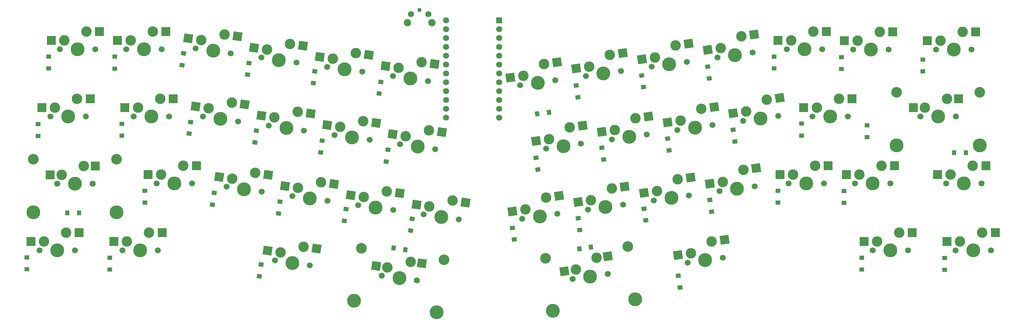
<source format=gbs>
G04 #@! TF.GenerationSoftware,KiCad,Pcbnew,(5.99.0-9176-ga1730d51ff)*
G04 #@! TF.CreationDate,2021-11-18T23:05:27-06:00*
G04 #@! TF.ProjectId,Concerto,436f6e63-6572-4746-9f2e-6b696361645f,rev?*
G04 #@! TF.SameCoordinates,Original*
G04 #@! TF.FileFunction,Soldermask,Bot*
G04 #@! TF.FilePolarity,Negative*
%FSLAX46Y46*%
G04 Gerber Fmt 4.6, Leading zero omitted, Abs format (unit mm)*
G04 Created by KiCad (PCBNEW (5.99.0-9176-ga1730d51ff)) date 2021-11-18 23:05:27*
%MOMM*%
%LPD*%
G01*
G04 APERTURE LIST*
G04 Aperture macros list*
%AMRotRect*
0 Rectangle, with rotation*
0 The origin of the aperture is its center*
0 $1 length*
0 $2 width*
0 $3 Rotation angle, in degrees counterclockwise*
0 Add horizontal line*
21,1,$1,$2,0,0,$3*%
G04 Aperture macros list end*
%ADD10C,1.701800*%
%ADD11C,3.987800*%
%ADD12C,3.000000*%
%ADD13R,2.550000X2.500000*%
%ADD14RotRect,2.550000X2.500000X352.000000*%
%ADD15C,2.100000*%
%ADD16C,1.200000*%
%ADD17C,1.750000*%
%ADD18RotRect,2.550000X2.500000X8.000000*%
%ADD19C,3.048000*%
%ADD20RotRect,1.200000X1.400000X98.000000*%
%ADD21R,1.400000X1.200000*%
%ADD22RotRect,1.200000X1.400000X188.000000*%
%ADD23RotRect,1.200000X1.400000X82.000000*%
%ADD24R,1.200000X1.400000*%
%ADD25R,1.752600X1.752600*%
%ADD26C,1.752600*%
%ADD27RotRect,1.200000X1.400000X172.000000*%
G04 APERTURE END LIST*
D10*
X289420000Y-118240000D03*
D11*
X294500000Y-118240000D03*
D12*
X297040000Y-113160000D03*
D10*
X299580000Y-118240000D03*
D12*
X290690000Y-115700000D03*
D13*
X300790000Y-113160000D03*
X286940000Y-115700000D03*
D12*
X141870578Y-99294470D03*
D11*
X145290000Y-102340000D03*
D10*
X140259438Y-101633001D03*
D12*
X148512280Y-97662938D03*
D10*
X150320562Y-103046999D03*
D14*
X152225786Y-98184837D03*
X138157073Y-98772570D03*
D15*
X187035000Y-72112500D03*
X180025000Y-72112500D03*
D16*
X183525000Y-68412500D03*
D17*
X181025000Y-69622500D03*
X186025000Y-69622500D03*
D12*
X165242280Y-80792938D03*
D11*
X162020000Y-85470000D03*
D10*
X167050562Y-86176999D03*
D12*
X158600578Y-82424470D03*
D10*
X156989438Y-84763001D03*
D14*
X168955786Y-81314837D03*
X154887073Y-81902570D03*
D12*
X232723579Y-123044969D03*
D11*
X236850000Y-125030000D03*
D10*
X231819438Y-125736999D03*
D12*
X238658282Y-119645939D03*
D10*
X241880562Y-124323001D03*
D18*
X242371787Y-119124039D03*
X229010074Y-123566868D03*
D11*
X106500000Y-99000000D03*
D10*
X111580000Y-99000000D03*
D12*
X102690000Y-96460000D03*
D10*
X101420000Y-99000000D03*
D12*
X109040000Y-93920000D03*
D13*
X112790000Y-93920000D03*
X98940000Y-96460000D03*
D19*
X243309696Y-136391529D03*
D17*
X237490562Y-144263001D03*
D11*
X245430694Y-151483214D03*
D12*
X234268282Y-139585939D03*
X228333579Y-142984969D03*
D11*
X221787054Y-154806111D03*
D19*
X219666056Y-139714426D03*
D11*
X232460000Y-144970000D03*
D17*
X227429438Y-145676999D03*
D18*
X237538147Y-139126389D03*
X225090451Y-143440761D03*
D11*
X79530000Y-137470000D03*
D10*
X84610000Y-137470000D03*
X74450000Y-137470000D03*
D12*
X82070000Y-132390000D03*
X75720000Y-134930000D03*
D13*
X85820000Y-132390000D03*
X71970000Y-134930000D03*
D10*
X194780562Y-128566999D03*
D11*
X189750000Y-127860000D03*
D10*
X184719438Y-127153001D03*
D12*
X186330578Y-124814470D03*
X192972280Y-123182938D03*
D14*
X196685786Y-123704837D03*
X182617073Y-124292570D03*
D10*
X267590562Y-101503001D03*
D11*
X262560000Y-102210000D03*
D12*
X258433579Y-100224969D03*
D10*
X257529438Y-102916999D03*
D12*
X264368282Y-96825939D03*
D18*
X268081787Y-96304039D03*
X254720074Y-100746868D03*
D12*
X186182280Y-103012938D03*
D10*
X187990562Y-108396999D03*
X177929438Y-106983001D03*
D12*
X179540578Y-104644470D03*
D11*
X182960000Y-107690000D03*
D14*
X189895786Y-103534837D03*
X175827073Y-104122570D03*
D10*
X238659438Y-105586999D03*
D11*
X243690000Y-104880000D03*
D12*
X239563579Y-102894969D03*
X245498282Y-99495939D03*
D10*
X248720562Y-104173001D03*
D18*
X249211787Y-98974039D03*
X235850074Y-103416868D03*
D11*
X218010000Y-127700000D03*
D10*
X212979438Y-128406999D03*
X223040562Y-126993001D03*
D12*
X213883579Y-125714969D03*
X219818282Y-122315939D03*
D18*
X223531787Y-121794039D03*
X210170074Y-126236868D03*
D12*
X100580000Y-77210000D03*
D10*
X109470000Y-79750000D03*
D11*
X104390000Y-79750000D03*
D12*
X106930000Y-74670000D03*
D10*
X99310000Y-79750000D03*
D13*
X110680000Y-74670000D03*
X96830000Y-77210000D03*
D12*
X174122280Y-120502938D03*
D10*
X175930562Y-125886999D03*
D11*
X170900000Y-125180000D03*
D10*
X165869438Y-124473001D03*
D12*
X167480578Y-122134470D03*
D14*
X177835786Y-121024837D03*
X163767073Y-121612570D03*
D12*
X155242280Y-117872938D03*
X148600578Y-119504470D03*
D10*
X146989438Y-121843001D03*
X157050562Y-123256999D03*
D11*
X152020000Y-122550000D03*
D14*
X158955786Y-118394837D03*
X144887073Y-118982570D03*
D10*
X276349438Y-100276999D03*
D12*
X283188282Y-94185939D03*
X277253579Y-97584969D03*
D11*
X281380000Y-99570000D03*
D10*
X286410562Y-98863001D03*
D18*
X286901787Y-93664039D03*
X273540074Y-98106868D03*
D10*
X108090000Y-118240000D03*
D11*
X113170000Y-118240000D03*
D12*
X115710000Y-113160000D03*
D10*
X118250000Y-118240000D03*
D12*
X109360000Y-115700000D03*
D13*
X119460000Y-113160000D03*
X105610000Y-115700000D03*
D10*
X347520000Y-137490000D03*
X337360000Y-137490000D03*
D12*
X344980000Y-132410000D03*
X338630000Y-134950000D03*
D11*
X342440000Y-137490000D03*
D13*
X348730000Y-132410000D03*
X334880000Y-134950000D03*
D10*
X175869438Y-87423001D03*
D12*
X177480578Y-85084470D03*
D11*
X180900000Y-88130000D03*
D12*
X184122280Y-83452938D03*
D10*
X185930562Y-88836999D03*
D14*
X187835786Y-83974837D03*
X173767073Y-84562570D03*
D12*
X136372280Y-115222938D03*
D11*
X133150000Y-119900000D03*
D10*
X138180562Y-120606999D03*
D12*
X129730578Y-116854470D03*
D10*
X128119438Y-119193001D03*
D14*
X140085786Y-115744837D03*
X126017073Y-116332570D03*
D10*
X270520562Y-139573002D03*
D12*
X261363579Y-138294970D03*
X267298282Y-134895940D03*
D11*
X265490000Y-140280001D03*
D10*
X260459438Y-140987000D03*
D18*
X271011787Y-134374040D03*
X257650074Y-138816869D03*
D12*
X129612280Y-95032938D03*
D11*
X126390000Y-99710000D03*
D10*
X131420562Y-100416999D03*
D12*
X122970578Y-96664470D03*
D10*
X121359438Y-99003001D03*
D14*
X133325786Y-95554837D03*
X119257073Y-96142570D03*
D10*
X229840562Y-106823001D03*
D11*
X224810000Y-107530000D03*
D10*
X219779438Y-108236999D03*
D12*
X220683579Y-105544969D03*
X226618282Y-102145939D03*
D18*
X230331787Y-101624039D03*
X216970074Y-106066868D03*
D10*
X138099438Y-82123001D03*
D12*
X139710578Y-79784470D03*
D10*
X148160562Y-83536999D03*
D12*
X146352280Y-78152938D03*
D11*
X143130000Y-82830000D03*
D14*
X150065786Y-78674837D03*
X135997073Y-79262570D03*
D11*
X103360000Y-137470000D03*
D12*
X105900000Y-132390000D03*
X99550000Y-134930000D03*
D10*
X98280000Y-137470000D03*
X108440000Y-137470000D03*
D13*
X109650000Y-132390000D03*
X95800000Y-134930000D03*
D12*
X309190000Y-77230000D03*
D11*
X313000000Y-79770000D03*
D12*
X315540000Y-74690000D03*
D10*
X307920000Y-79770000D03*
X318080000Y-79770000D03*
D13*
X319290000Y-74690000D03*
X305440000Y-77230000D03*
D10*
X231249438Y-87382030D03*
X241310562Y-85968032D03*
D12*
X238088282Y-81290970D03*
D11*
X236280000Y-86675031D03*
D12*
X232153579Y-84690000D03*
D18*
X241801787Y-80769070D03*
X228440074Y-85211899D03*
D12*
X290160000Y-77210000D03*
D10*
X288890000Y-79750000D03*
D11*
X293970000Y-79750000D03*
D10*
X299050000Y-79750000D03*
D12*
X296510000Y-74670000D03*
D13*
X300260000Y-74670000D03*
X286410000Y-77210000D03*
D10*
X212409438Y-90032030D03*
D12*
X213313579Y-87340000D03*
D10*
X222470562Y-88618032D03*
D11*
X217440000Y-89325031D03*
D12*
X219248282Y-83940970D03*
D18*
X222961787Y-83419070D03*
X209600074Y-87861899D03*
D10*
X129320562Y-80876999D03*
X119259438Y-79463001D03*
D12*
X120870578Y-77124470D03*
D11*
X124290000Y-80170000D03*
D12*
X127512280Y-75492938D03*
D14*
X131225786Y-76014837D03*
X117157073Y-76602570D03*
D10*
X159109438Y-104313001D03*
D12*
X167362280Y-100342938D03*
D10*
X169170562Y-105726999D03*
D11*
X164140000Y-105020000D03*
D12*
X160720578Y-101974470D03*
D14*
X171075786Y-100864837D03*
X157007073Y-101452570D03*
D11*
X318610000Y-137470000D03*
D12*
X314800000Y-134930000D03*
D10*
X323690000Y-137470000D03*
D12*
X321150000Y-132390000D03*
D10*
X313530000Y-137470000D03*
D13*
X324900000Y-132390000D03*
X311050000Y-134930000D03*
D10*
X250739438Y-123116999D03*
X260800562Y-121703001D03*
D12*
X257578282Y-117025939D03*
X251643579Y-120424969D03*
D11*
X255770000Y-122410000D03*
D18*
X261291787Y-116504039D03*
X247930074Y-120946868D03*
D12*
X143590578Y-138034470D03*
X150232280Y-136402938D03*
D10*
X141979438Y-140373001D03*
D11*
X147010000Y-141080000D03*
D10*
X152040562Y-141786999D03*
D14*
X153945786Y-136924837D03*
X139877073Y-137512570D03*
D10*
X279060562Y-80658032D03*
D12*
X269903579Y-79380000D03*
D10*
X268999438Y-82072030D03*
D11*
X274030000Y-81365031D03*
D12*
X275838282Y-75980970D03*
D18*
X279551787Y-75459070D03*
X266190074Y-79901899D03*
D12*
X332995000Y-77230000D03*
D10*
X331725000Y-79770000D03*
X341885000Y-79770000D03*
D11*
X336805000Y-79770000D03*
D12*
X339345000Y-74690000D03*
D13*
X343095000Y-74690000D03*
X329245000Y-77230000D03*
D11*
X164739306Y-151913214D03*
D19*
X166860304Y-136821529D03*
D17*
X182740562Y-146106999D03*
D12*
X180932280Y-140722938D03*
D11*
X188382946Y-155236111D03*
D19*
X190503944Y-140144426D03*
D12*
X174290578Y-142354470D03*
D11*
X177710000Y-145400000D03*
D17*
X172679438Y-144693001D03*
D14*
X184202145Y-141182487D03*
X171047450Y-141898678D03*
D10*
X306410000Y-99030000D03*
D12*
X303870000Y-93950000D03*
D11*
X301330000Y-99030000D03*
D10*
X296250000Y-99030000D03*
D12*
X297520000Y-96490000D03*
D13*
X307620000Y-93950000D03*
X293770000Y-96490000D03*
D11*
X255150000Y-84025031D03*
D10*
X260180562Y-83318032D03*
X250119438Y-84732030D03*
D12*
X256958282Y-78640970D03*
X251023579Y-82040000D03*
D18*
X260671787Y-78119070D03*
X247310074Y-82561899D03*
D10*
X77610000Y-99020000D03*
D12*
X78880000Y-96480000D03*
X85230000Y-93940000D03*
D11*
X82690000Y-99020000D03*
D10*
X87770000Y-99020000D03*
D13*
X88980000Y-93940000D03*
X75130000Y-96480000D03*
D10*
X90450000Y-79740000D03*
D11*
X85370000Y-79740000D03*
D12*
X87910000Y-74660000D03*
X81560000Y-77200000D03*
D10*
X80290000Y-79740000D03*
D13*
X91660000Y-74660000D03*
X77810000Y-77200000D03*
D19*
X344288000Y-92040550D03*
D17*
X327270000Y-99025550D03*
D12*
X328540000Y-96485550D03*
D17*
X337430000Y-99025550D03*
D12*
X334890000Y-93945550D03*
D11*
X332350000Y-99025550D03*
X320412000Y-107280550D03*
X344288000Y-107280550D03*
D19*
X320412000Y-92040550D03*
D13*
X338192000Y-93945550D03*
X325265000Y-96485550D03*
D10*
X344830000Y-118260000D03*
D11*
X339750000Y-118260000D03*
D12*
X335940000Y-115720000D03*
X342290000Y-113180000D03*
D10*
X334670000Y-118260000D03*
D13*
X346040000Y-113180000D03*
X332190000Y-115720000D03*
D12*
X270493579Y-117774969D03*
D10*
X279650562Y-119053001D03*
D12*
X276428282Y-114375939D03*
D11*
X274620000Y-119760000D03*
D10*
X269589438Y-120466999D03*
D18*
X280141787Y-113854039D03*
X266780074Y-118296868D03*
D19*
X72662000Y-111300550D03*
D11*
X96538000Y-126540550D03*
D17*
X89680000Y-118285550D03*
D11*
X84600000Y-118285550D03*
D12*
X80790000Y-115745550D03*
D17*
X79520000Y-118285550D03*
D12*
X87140000Y-113205550D03*
D19*
X96538000Y-111300550D03*
D11*
X72662000Y-126540550D03*
D13*
X90442000Y-113205550D03*
X77515000Y-115745550D03*
D11*
X313550000Y-118250000D03*
D10*
X308470000Y-118250000D03*
D12*
X309740000Y-115710000D03*
D10*
X318630000Y-118250000D03*
D12*
X316090000Y-113170000D03*
D13*
X319840000Y-113170000D03*
X305990000Y-115710000D03*
D20*
X229496844Y-131601931D03*
X229023656Y-128235019D03*
D21*
X305370000Y-123807500D03*
X305370000Y-120407500D03*
D20*
X236316844Y-111381931D03*
X235843656Y-108015019D03*
D22*
X232723456Y-136543406D03*
X229356544Y-137016594D03*
D23*
X137523157Y-144911931D03*
X137996345Y-141545019D03*
D20*
X267316844Y-126331931D03*
X266843656Y-122965019D03*
X247756844Y-90581931D03*
X247283656Y-87215019D03*
D23*
X124063406Y-124343456D03*
X124536594Y-120976544D03*
X115303157Y-84291931D03*
X115776345Y-80925019D03*
D21*
X293130000Y-104487500D03*
X293130000Y-101087500D03*
D23*
X155093157Y-109331931D03*
X155566345Y-105965019D03*
D21*
X96030000Y-85267500D03*
X96030000Y-81867500D03*
D23*
X180933157Y-131781931D03*
X181406345Y-128415019D03*
D24*
X85830000Y-126680000D03*
X82430000Y-126680000D03*
D21*
X94560000Y-142997500D03*
X94560000Y-139597500D03*
D20*
X210646844Y-134351931D03*
X210173656Y-130985019D03*
X217436844Y-114241931D03*
X216963656Y-110875019D03*
D23*
X134113157Y-87021931D03*
X134586345Y-83655019D03*
X171903157Y-92451931D03*
X172376345Y-89085019D03*
D21*
X77050000Y-85217500D03*
X77050000Y-81817500D03*
X286330000Y-123747500D03*
X286330000Y-120347500D03*
X73990000Y-104617500D03*
X73990000Y-101217500D03*
X310400000Y-142977500D03*
X310400000Y-139577500D03*
X304600000Y-85407500D03*
X304600000Y-82007500D03*
D20*
X266656844Y-88081931D03*
X266183656Y-84715019D03*
D23*
X152993157Y-89421931D03*
X153466345Y-86055019D03*
D20*
X273996844Y-106171931D03*
X273523656Y-102805019D03*
D21*
X334210000Y-143027500D03*
X334210000Y-139627500D03*
X285250000Y-85197500D03*
X285250000Y-81797500D03*
D22*
X220653456Y-97793406D03*
X217286544Y-98266594D03*
D24*
X336900000Y-109460000D03*
X340300000Y-109460000D03*
D21*
X98100000Y-104527500D03*
X98100000Y-101127500D03*
D20*
X228966844Y-93531931D03*
X228493656Y-90165019D03*
D25*
X206350000Y-71420000D03*
D26*
X206350000Y-73960000D03*
X206350000Y-76500000D03*
X206350000Y-79040000D03*
X206350000Y-81580000D03*
X206350000Y-84120000D03*
X206350000Y-86660000D03*
X206350000Y-89200000D03*
X206350000Y-91740000D03*
X206350000Y-94280000D03*
X206350000Y-96820000D03*
X206350000Y-99360000D03*
X191110000Y-99360000D03*
X191110000Y-96820000D03*
X191110000Y-94280000D03*
X191110000Y-91740000D03*
X191110000Y-89200000D03*
X191110000Y-86660000D03*
X191110000Y-84120000D03*
X191110000Y-81580000D03*
X191110000Y-79040000D03*
X191110000Y-76500000D03*
X191110000Y-73960000D03*
X191110000Y-71420000D03*
D21*
X311930000Y-104970000D03*
X311930000Y-101570000D03*
D23*
X161933157Y-128961931D03*
X162406345Y-125595019D03*
D21*
X104710000Y-123747500D03*
X104710000Y-120347500D03*
D20*
X255146844Y-108761931D03*
X254673656Y-105395019D03*
X248426844Y-128841931D03*
X247953656Y-125475019D03*
D23*
X117333157Y-103951931D03*
X117806345Y-100585019D03*
X173933157Y-111941931D03*
X174406345Y-108575019D03*
D20*
X258256843Y-148081931D03*
X257783655Y-144715019D03*
D21*
X327960000Y-86060000D03*
X327960000Y-82660000D03*
X70800000Y-142887500D03*
X70800000Y-139487500D03*
D27*
X179403456Y-137286594D03*
X176036544Y-136813406D03*
D23*
X143003157Y-126861931D03*
X143476345Y-123495019D03*
X136213157Y-106451931D03*
X136686345Y-103085019D03*
M02*

</source>
